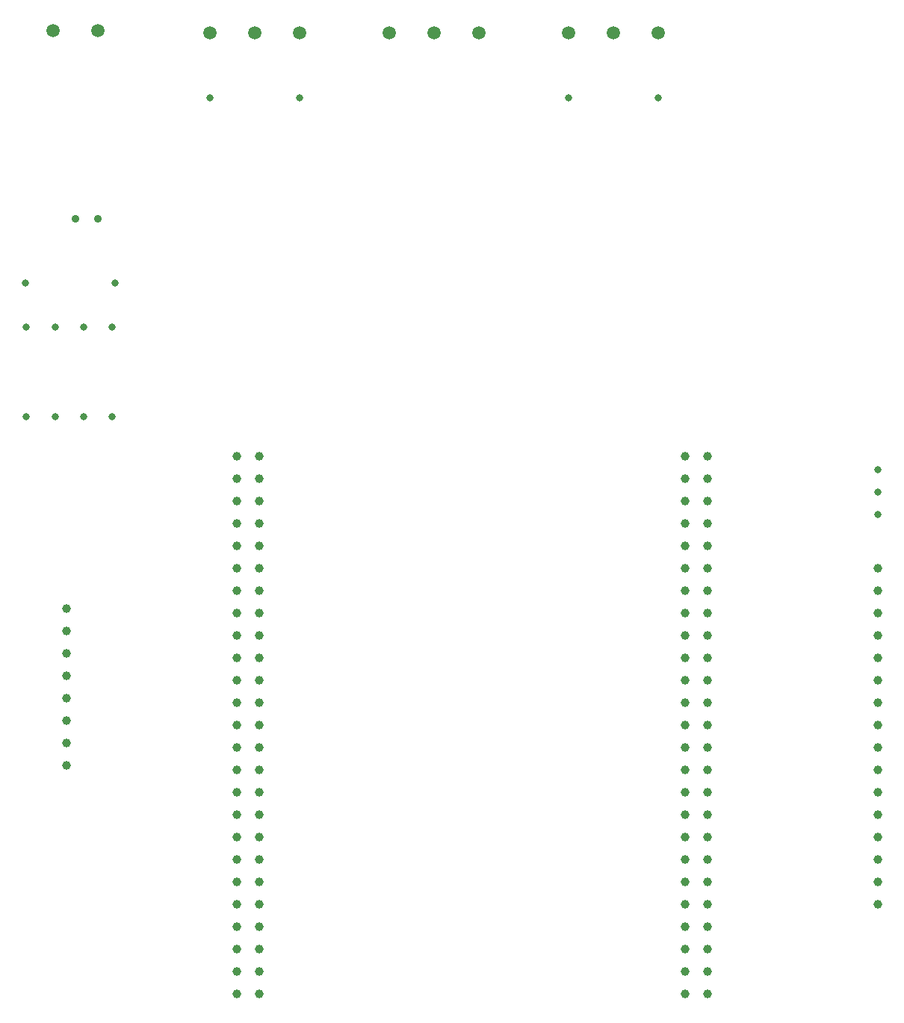
<source format=gbr>
%TF.GenerationSoftware,KiCad,Pcbnew,(5.0.1)-4*%
%TF.CreationDate,2019-02-15T15:13:20-03:00*%
%TF.ProjectId,Principal,5072696E636970616C2E6B696361645F,rev?*%
%TF.SameCoordinates,Original*%
%TF.FileFunction,Plated,1,2,PTH,Drill*%
%TF.FilePolarity,Positive*%
%FSLAX46Y46*%
G04 Gerber Fmt 4.6, Leading zero omitted, Abs format (unit mm)*
G04 Created by KiCad (PCBNEW (5.0.1)-4) date 15/02/2019 15:13:20*
%MOMM*%
%LPD*%
G01*
G04 APERTURE LIST*
%TA.AperFunction,ComponentDrill*%
%ADD10C,0.800000*%
%TD*%
%TA.AperFunction,ComponentDrill*%
%ADD11C,0.900000*%
%TD*%
%TA.AperFunction,ComponentDrill*%
%ADD12C,1.000000*%
%TD*%
%TA.AperFunction,ComponentDrill*%
%ADD13C,1.520000*%
%TD*%
G04 APERTURE END LIST*
D10*
%TO.C,R3*%
X129540000Y-40640000D03*
%TO.C,R5*%
X105075001Y-66600999D03*
X105075001Y-76760999D03*
%TO.C,R2*%
X98575001Y-66600999D03*
X98575001Y-76760999D03*
%TO.C,R1*%
X98425000Y-61595000D03*
X108585000Y-61595000D03*
%TO.C,RV1*%
X195072000Y-82804000D03*
X195072000Y-85344000D03*
X195072000Y-87884000D03*
%TO.C,R7*%
X160020000Y-40640000D03*
X170180000Y-40640000D03*
%TO.C,R4*%
X101825001Y-66600999D03*
X101825001Y-76760999D03*
%TO.C,R3*%
X119380000Y-40640000D03*
%TO.C,R6*%
X108325001Y-66600999D03*
X108325001Y-76760999D03*
D11*
%TO.C,D1*%
X104140000Y-54356000D03*
X106680000Y-54356000D03*
D12*
%TO.C,J2*%
X173228000Y-81280000D03*
X173228000Y-83820000D03*
X173228000Y-86360000D03*
X173228000Y-88900000D03*
X173228000Y-91440000D03*
X173228000Y-93980000D03*
X173228000Y-96520000D03*
X173228000Y-99060000D03*
X173228000Y-101600000D03*
X173228000Y-104140000D03*
X173228000Y-106680000D03*
X173228000Y-109220000D03*
X173228000Y-111760000D03*
X173228000Y-114300000D03*
X173228000Y-116840000D03*
X173228000Y-119380000D03*
X173228000Y-121920000D03*
X173228000Y-124460000D03*
X173228000Y-127000000D03*
X173228000Y-129540000D03*
X173228000Y-132080000D03*
X173228000Y-134620000D03*
X173228000Y-137160000D03*
X173228000Y-139700000D03*
X173228000Y-142240000D03*
X175768000Y-81280000D03*
X175768000Y-83820000D03*
X175768000Y-86360000D03*
X175768000Y-88900000D03*
X175768000Y-91440000D03*
X175768000Y-93980000D03*
X175768000Y-96520000D03*
X175768000Y-99060000D03*
X175768000Y-101600000D03*
X175768000Y-104140000D03*
X175768000Y-106680000D03*
X175768000Y-109220000D03*
X175768000Y-111760000D03*
X175768000Y-114300000D03*
X175768000Y-116840000D03*
X175768000Y-119380000D03*
X175768000Y-121920000D03*
X175768000Y-124460000D03*
X175768000Y-127000000D03*
X175768000Y-129540000D03*
X175768000Y-132080000D03*
X175768000Y-134620000D03*
X175768000Y-137160000D03*
X175768000Y-139700000D03*
X175768000Y-142240000D03*
%TO.C,J1*%
X122428000Y-81280000D03*
X122428000Y-83820000D03*
X122428000Y-86360000D03*
X122428000Y-88900000D03*
X122428000Y-91440000D03*
X122428000Y-93980000D03*
X122428000Y-96520000D03*
X122428000Y-99060000D03*
X122428000Y-101600000D03*
X122428000Y-104140000D03*
X122428000Y-106680000D03*
X122428000Y-109220000D03*
X122428000Y-111760000D03*
X122428000Y-114300000D03*
X122428000Y-116840000D03*
X122428000Y-119380000D03*
X122428000Y-121920000D03*
X122428000Y-124460000D03*
X122428000Y-127000000D03*
X122428000Y-129540000D03*
X122428000Y-132080000D03*
X122428000Y-134620000D03*
X122428000Y-137160000D03*
X122428000Y-139700000D03*
X122428000Y-142240000D03*
X124968000Y-81280000D03*
X124968000Y-83820000D03*
X124968000Y-86360000D03*
X124968000Y-88900000D03*
X124968000Y-91440000D03*
X124968000Y-93980000D03*
X124968000Y-96520000D03*
X124968000Y-99060000D03*
X124968000Y-101600000D03*
X124968000Y-104140000D03*
X124968000Y-106680000D03*
X124968000Y-109220000D03*
X124968000Y-111760000D03*
X124968000Y-114300000D03*
X124968000Y-116840000D03*
X124968000Y-119380000D03*
X124968000Y-121920000D03*
X124968000Y-124460000D03*
X124968000Y-127000000D03*
X124968000Y-129540000D03*
X124968000Y-132080000D03*
X124968000Y-134620000D03*
X124968000Y-137160000D03*
X124968000Y-139700000D03*
X124968000Y-142240000D03*
%TO.C,J4*%
X103124000Y-98552000D03*
X103124000Y-101092000D03*
X103124000Y-103632000D03*
X103124000Y-106172000D03*
X103124000Y-108712000D03*
X103124000Y-111252000D03*
X103124000Y-113792000D03*
X103124000Y-116332000D03*
%TO.C,J6*%
X195072000Y-93980000D03*
X195072000Y-96520000D03*
X195072000Y-99060000D03*
X195072000Y-101600000D03*
X195072000Y-104140000D03*
X195072000Y-106680000D03*
X195072000Y-109220000D03*
X195072000Y-111760000D03*
X195072000Y-114300000D03*
X195072000Y-116840000D03*
X195072000Y-119380000D03*
X195072000Y-121920000D03*
X195072000Y-124460000D03*
X195072000Y-127000000D03*
X195072000Y-129540000D03*
X195072000Y-132080000D03*
D13*
%TO.C,J5*%
X160020000Y-33274000D03*
X165100000Y-33274000D03*
X170180000Y-33274000D03*
%TO.C,J8*%
X101600000Y-33020000D03*
X106680000Y-33020000D03*
%TO.C,J3*%
X119380000Y-33274000D03*
X124460000Y-33274000D03*
X129540000Y-33274000D03*
%TO.C,J7*%
X139700000Y-33274000D03*
X144780000Y-33274000D03*
X149860000Y-33274000D03*
M02*

</source>
